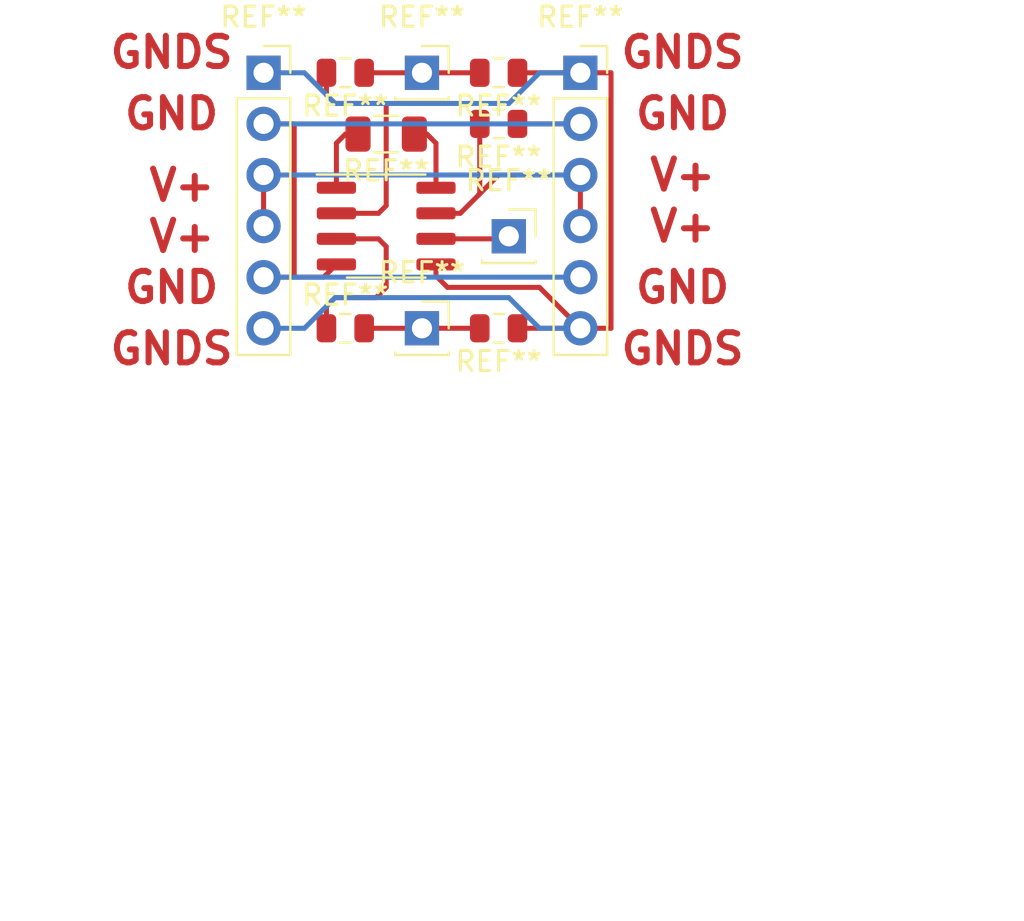
<source format=kicad_pcb>
(kicad_pcb (version 20171130) (host pcbnew 5.1.5+dfsg1-2build2)

  (general
    (thickness 1.6)
    (drawings 12)
    (tracks 63)
    (zones 0)
    (modules 13)
    (nets 1)
  )

  (page A4)
  (layers
    (0 F.Cu signal)
    (31 B.Cu signal)
    (33 F.Adhes user)
    (35 F.Paste user)
    (37 F.SilkS user)
    (38 B.Mask user)
    (39 F.Mask user)
    (40 Dwgs.User user)
    (41 Cmts.User user)
    (42 Eco1.User user)
    (43 Eco2.User user)
    (44 Edge.Cuts user)
    (45 Margin user)
    (46 B.CrtYd user)
    (47 F.CrtYd user)
    (49 F.Fab user)
  )

  (setup
    (last_trace_width 0.25)
    (trace_clearance 0.2)
    (zone_clearance 0.508)
    (zone_45_only no)
    (trace_min 0.2)
    (via_size 0.8)
    (via_drill 0.4)
    (via_min_size 0.4)
    (via_min_drill 0.3)
    (uvia_size 0.3)
    (uvia_drill 0.1)
    (uvias_allowed no)
    (uvia_min_size 0.2)
    (uvia_min_drill 0.1)
    (edge_width 0.1)
    (segment_width 0.2)
    (pcb_text_width 0.3)
    (pcb_text_size 1.5 1.5)
    (mod_edge_width 0.15)
    (mod_text_size 1 1)
    (mod_text_width 0.15)
    (pad_size 1.524 1.524)
    (pad_drill 0.762)
    (pad_to_mask_clearance 0)
    (aux_axis_origin 0 0)
    (visible_elements FFFFEF7F)
    (pcbplotparams
      (layerselection 0x010fc_ffffffff)
      (usegerberextensions false)
      (usegerberattributes false)
      (usegerberadvancedattributes false)
      (creategerberjobfile false)
      (excludeedgelayer true)
      (linewidth 0.100000)
      (plotframeref false)
      (viasonmask false)
      (mode 1)
      (useauxorigin false)
      (hpglpennumber 1)
      (hpglpenspeed 20)
      (hpglpendiameter 15.000000)
      (psnegative false)
      (psa4output false)
      (plotreference true)
      (plotvalue true)
      (plotinvisibletext false)
      (padsonsilk false)
      (subtractmaskfromsilk false)
      (outputformat 5)
      (mirror false)
      (drillshape 0)
      (scaleselection 1)
      (outputdirectory ""))
  )

  (net 0 "")

  (net_class Default "This is the default net class."
    (clearance 0.2)
    (trace_width 0.25)
    (via_dia 0.8)
    (via_drill 0.4)
    (uvia_dia 0.3)
    (uvia_drill 0.1)
  )

  (module Connector_PinSocket_2.54mm:PinSocket_1x01_P2.54mm_Vertical (layer F.Cu) (tedit 5A19A434) (tstamp 608D1849)
    (at 28.702 33.02)
    (descr "Through hole straight socket strip, 1x01, 2.54mm pitch, single row (from Kicad 4.0.7), script generated")
    (tags "Through hole socket strip THT 1x01 2.54mm single row")
    (fp_text reference REF** (at 0 -2.77) (layer F.SilkS)
      (effects (font (size 1 1) (thickness 0.15)))
    )
    (fp_text value PinSocket_1x01_P2.54mm_Vertical (at 0 2.77) (layer F.Fab)
      (effects (font (size 1 1) (thickness 0.15)))
    )
    (fp_text user %R (at 0 0) (layer F.Fab)
      (effects (font (size 1 1) (thickness 0.15)))
    )
    (fp_line (start -1.8 1.75) (end -1.8 -1.8) (layer F.CrtYd) (width 0.05))
    (fp_line (start 1.75 1.75) (end -1.8 1.75) (layer F.CrtYd) (width 0.05))
    (fp_line (start 1.75 -1.8) (end 1.75 1.75) (layer F.CrtYd) (width 0.05))
    (fp_line (start -1.8 -1.8) (end 1.75 -1.8) (layer F.CrtYd) (width 0.05))
    (fp_line (start 0 -1.33) (end 1.33 -1.33) (layer F.SilkS) (width 0.12))
    (fp_line (start 1.33 -1.33) (end 1.33 0) (layer F.SilkS) (width 0.12))
    (fp_line (start 1.33 1.21) (end 1.33 1.33) (layer F.SilkS) (width 0.12))
    (fp_line (start -1.33 1.21) (end -1.33 1.33) (layer F.SilkS) (width 0.12))
    (fp_line (start -1.33 1.33) (end 1.33 1.33) (layer F.SilkS) (width 0.12))
    (fp_line (start -1.27 1.27) (end -1.27 -1.27) (layer F.Fab) (width 0.1))
    (fp_line (start 1.27 1.27) (end -1.27 1.27) (layer F.Fab) (width 0.1))
    (fp_line (start 1.27 -0.635) (end 1.27 1.27) (layer F.Fab) (width 0.1))
    (fp_line (start 0.635 -1.27) (end 1.27 -0.635) (layer F.Fab) (width 0.1))
    (fp_line (start -1.27 -1.27) (end 0.635 -1.27) (layer F.Fab) (width 0.1))
    (pad 1 thru_hole rect (at 0 0) (size 1.7 1.7) (drill 1) (layers *.Cu *.Mask))
    (model ${KISYS3DMOD}/Connector_PinSocket_2.54mm.3dshapes/PinSocket_1x01_P2.54mm_Vertical.wrl
      (at (xyz 0 0 0))
      (scale (xyz 1 1 1))
      (rotate (xyz 0 0 0))
    )
  )

  (module Resistor_SMD:R_0805_2012Metric (layer F.Cu) (tedit 5B36C52B) (tstamp 608D18EA)
    (at 32.512 33.02 180)
    (descr "Resistor SMD 0805 (2012 Metric), square (rectangular) end terminal, IPC_7351 nominal, (Body size source: https://docs.google.com/spreadsheets/d/1BsfQQcO9C6DZCsRaXUlFlo91Tg2WpOkGARC1WS5S8t0/edit?usp=sharing), generated with kicad-footprint-generator")
    (tags resistor)
    (attr smd)
    (fp_text reference REF** (at 0 -1.65) (layer F.SilkS)
      (effects (font (size 1 1) (thickness 0.15)))
    )
    (fp_text value R_0805_2012Metric (at 0 1.65) (layer F.Fab)
      (effects (font (size 1 1) (thickness 0.15)))
    )
    (fp_line (start -1 0.6) (end -1 -0.6) (layer F.Fab) (width 0.1))
    (fp_line (start -1 -0.6) (end 1 -0.6) (layer F.Fab) (width 0.1))
    (fp_line (start 1 -0.6) (end 1 0.6) (layer F.Fab) (width 0.1))
    (fp_line (start 1 0.6) (end -1 0.6) (layer F.Fab) (width 0.1))
    (fp_line (start -0.258578 -0.71) (end 0.258578 -0.71) (layer F.SilkS) (width 0.12))
    (fp_line (start -0.258578 0.71) (end 0.258578 0.71) (layer F.SilkS) (width 0.12))
    (fp_line (start -1.68 0.95) (end -1.68 -0.95) (layer F.CrtYd) (width 0.05))
    (fp_line (start -1.68 -0.95) (end 1.68 -0.95) (layer F.CrtYd) (width 0.05))
    (fp_line (start 1.68 -0.95) (end 1.68 0.95) (layer F.CrtYd) (width 0.05))
    (fp_line (start 1.68 0.95) (end -1.68 0.95) (layer F.CrtYd) (width 0.05))
    (fp_text user %R (at 0 0) (layer F.Fab)
      (effects (font (size 0.5 0.5) (thickness 0.08)))
    )
    (pad 1 smd roundrect (at -0.9375 0 180) (size 0.975 1.4) (layers F.Cu F.Paste F.Mask) (roundrect_rratio 0.25))
    (pad 2 smd roundrect (at 0.9375 0 180) (size 0.975 1.4) (layers F.Cu F.Paste F.Mask) (roundrect_rratio 0.25))
    (model ${KISYS3DMOD}/Resistor_SMD.3dshapes/R_0805_2012Metric.wrl
      (at (xyz 0 0 0))
      (scale (xyz 1 1 1))
      (rotate (xyz 0 0 0))
    )
  )

  (module Resistor_SMD:R_0805_2012Metric (layer F.Cu) (tedit 5B36C52B) (tstamp 608D1862)
    (at 32.512 20.32 180)
    (descr "Resistor SMD 0805 (2012 Metric), square (rectangular) end terminal, IPC_7351 nominal, (Body size source: https://docs.google.com/spreadsheets/d/1BsfQQcO9C6DZCsRaXUlFlo91Tg2WpOkGARC1WS5S8t0/edit?usp=sharing), generated with kicad-footprint-generator")
    (tags resistor)
    (attr smd)
    (fp_text reference REF** (at 0 -1.65) (layer F.SilkS)
      (effects (font (size 1 1) (thickness 0.15)))
    )
    (fp_text value R_0805_2012Metric (at 0 1.65) (layer F.Fab)
      (effects (font (size 1 1) (thickness 0.15)))
    )
    (fp_text user %R (at 0 0) (layer F.Fab)
      (effects (font (size 0.5 0.5) (thickness 0.08)))
    )
    (fp_line (start 1.68 0.95) (end -1.68 0.95) (layer F.CrtYd) (width 0.05))
    (fp_line (start 1.68 -0.95) (end 1.68 0.95) (layer F.CrtYd) (width 0.05))
    (fp_line (start -1.68 -0.95) (end 1.68 -0.95) (layer F.CrtYd) (width 0.05))
    (fp_line (start -1.68 0.95) (end -1.68 -0.95) (layer F.CrtYd) (width 0.05))
    (fp_line (start -0.258578 0.71) (end 0.258578 0.71) (layer F.SilkS) (width 0.12))
    (fp_line (start -0.258578 -0.71) (end 0.258578 -0.71) (layer F.SilkS) (width 0.12))
    (fp_line (start 1 0.6) (end -1 0.6) (layer F.Fab) (width 0.1))
    (fp_line (start 1 -0.6) (end 1 0.6) (layer F.Fab) (width 0.1))
    (fp_line (start -1 -0.6) (end 1 -0.6) (layer F.Fab) (width 0.1))
    (fp_line (start -1 0.6) (end -1 -0.6) (layer F.Fab) (width 0.1))
    (pad 2 smd roundrect (at 0.9375 0 180) (size 0.975 1.4) (layers F.Cu F.Paste F.Mask) (roundrect_rratio 0.25))
    (pad 1 smd roundrect (at -0.9375 0 180) (size 0.975 1.4) (layers F.Cu F.Paste F.Mask) (roundrect_rratio 0.25))
    (model ${KISYS3DMOD}/Resistor_SMD.3dshapes/R_0805_2012Metric.wrl
      (at (xyz 0 0 0))
      (scale (xyz 1 1 1))
      (rotate (xyz 0 0 0))
    )
  )

  (module Connector_PinSocket_2.54mm:PinSocket_1x01_P2.54mm_Vertical (layer F.Cu) (tedit 5A19A434) (tstamp 608D1836)
    (at 28.702 20.32)
    (descr "Through hole straight socket strip, 1x01, 2.54mm pitch, single row (from Kicad 4.0.7), script generated")
    (tags "Through hole socket strip THT 1x01 2.54mm single row")
    (fp_text reference REF** (at 0 -2.77) (layer F.SilkS)
      (effects (font (size 1 1) (thickness 0.15)))
    )
    (fp_text value PinSocket_1x01_P2.54mm_Vertical (at 0 2.77) (layer F.Fab)
      (effects (font (size 1 1) (thickness 0.15)))
    )
    (fp_line (start -1.27 -1.27) (end 0.635 -1.27) (layer F.Fab) (width 0.1))
    (fp_line (start 0.635 -1.27) (end 1.27 -0.635) (layer F.Fab) (width 0.1))
    (fp_line (start 1.27 -0.635) (end 1.27 1.27) (layer F.Fab) (width 0.1))
    (fp_line (start 1.27 1.27) (end -1.27 1.27) (layer F.Fab) (width 0.1))
    (fp_line (start -1.27 1.27) (end -1.27 -1.27) (layer F.Fab) (width 0.1))
    (fp_line (start -1.33 1.33) (end 1.33 1.33) (layer F.SilkS) (width 0.12))
    (fp_line (start -1.33 1.21) (end -1.33 1.33) (layer F.SilkS) (width 0.12))
    (fp_line (start 1.33 1.21) (end 1.33 1.33) (layer F.SilkS) (width 0.12))
    (fp_line (start 1.33 -1.33) (end 1.33 0) (layer F.SilkS) (width 0.12))
    (fp_line (start 0 -1.33) (end 1.33 -1.33) (layer F.SilkS) (width 0.12))
    (fp_line (start -1.8 -1.8) (end 1.75 -1.8) (layer F.CrtYd) (width 0.05))
    (fp_line (start 1.75 -1.8) (end 1.75 1.75) (layer F.CrtYd) (width 0.05))
    (fp_line (start 1.75 1.75) (end -1.8 1.75) (layer F.CrtYd) (width 0.05))
    (fp_line (start -1.8 1.75) (end -1.8 -1.8) (layer F.CrtYd) (width 0.05))
    (fp_text user %R (at 0 0) (layer F.Fab)
      (effects (font (size 1 1) (thickness 0.15)))
    )
    (pad 1 thru_hole rect (at 0 0) (size 1.7 1.7) (drill 1) (layers *.Cu *.Mask))
    (model ${KISYS3DMOD}/Connector_PinSocket_2.54mm.3dshapes/PinSocket_1x01_P2.54mm_Vertical.wrl
      (at (xyz 0 0 0))
      (scale (xyz 1 1 1))
      (rotate (xyz 0 0 0))
    )
  )

  (module Resistor_SMD:R_1206_3216Metric (layer F.Cu) (tedit 5B301BBD) (tstamp 608D1927)
    (at 26.924 23.368 180)
    (descr "Resistor SMD 1206 (3216 Metric), square (rectangular) end terminal, IPC_7351 nominal, (Body size source: http://www.tortai-tech.com/upload/download/2011102023233369053.pdf), generated with kicad-footprint-generator")
    (tags resistor)
    (attr smd)
    (fp_text reference REF** (at 0 -1.82) (layer F.SilkS)
      (effects (font (size 1 1) (thickness 0.15)))
    )
    (fp_text value R_1206_3216Metric (at 0 1.82) (layer F.Fab)
      (effects (font (size 1 1) (thickness 0.15)))
    )
    (fp_line (start -1.6 0.8) (end -1.6 -0.8) (layer F.Fab) (width 0.1))
    (fp_line (start -1.6 -0.8) (end 1.6 -0.8) (layer F.Fab) (width 0.1))
    (fp_line (start 1.6 -0.8) (end 1.6 0.8) (layer F.Fab) (width 0.1))
    (fp_line (start 1.6 0.8) (end -1.6 0.8) (layer F.Fab) (width 0.1))
    (fp_line (start -0.602064 -0.91) (end 0.602064 -0.91) (layer F.SilkS) (width 0.12))
    (fp_line (start -0.602064 0.91) (end 0.602064 0.91) (layer F.SilkS) (width 0.12))
    (fp_line (start -2.28 1.12) (end -2.28 -1.12) (layer F.CrtYd) (width 0.05))
    (fp_line (start -2.28 -1.12) (end 2.28 -1.12) (layer F.CrtYd) (width 0.05))
    (fp_line (start 2.28 -1.12) (end 2.28 1.12) (layer F.CrtYd) (width 0.05))
    (fp_line (start 2.28 1.12) (end -2.28 1.12) (layer F.CrtYd) (width 0.05))
    (fp_text user %R (at 0 0) (layer F.Fab)
      (effects (font (size 0.8 0.8) (thickness 0.12)))
    )
    (pad 1 smd roundrect (at -1.4 0 180) (size 1.25 1.75) (layers F.Cu F.Paste F.Mask) (roundrect_rratio 0.2))
    (pad 2 smd roundrect (at 1.4 0 180) (size 1.25 1.75) (layers F.Cu F.Paste F.Mask) (roundrect_rratio 0.2))
    (model ${KISYS3DMOD}/Resistor_SMD.3dshapes/R_1206_3216Metric.wrl
      (at (xyz 0 0 0))
      (scale (xyz 1 1 1))
      (rotate (xyz 0 0 0))
    )
  )

  (module Capacitor_SMD:C_0805_2012Metric (layer F.Cu) (tedit 5B36C52B) (tstamp 608D18FA)
    (at 24.892 33.02)
    (descr "Capacitor SMD 0805 (2012 Metric), square (rectangular) end terminal, IPC_7351 nominal, (Body size source: https://docs.google.com/spreadsheets/d/1BsfQQcO9C6DZCsRaXUlFlo91Tg2WpOkGARC1WS5S8t0/edit?usp=sharing), generated with kicad-footprint-generator")
    (tags capacitor)
    (attr smd)
    (fp_text reference REF** (at 0 -1.65) (layer F.SilkS)
      (effects (font (size 1 1) (thickness 0.15)))
    )
    (fp_text value C_0805_2012Metric (at 0 1.65) (layer F.Fab)
      (effects (font (size 1 1) (thickness 0.15)))
    )
    (fp_line (start -1 0.6) (end -1 -0.6) (layer F.Fab) (width 0.1))
    (fp_line (start -1 -0.6) (end 1 -0.6) (layer F.Fab) (width 0.1))
    (fp_line (start 1 -0.6) (end 1 0.6) (layer F.Fab) (width 0.1))
    (fp_line (start 1 0.6) (end -1 0.6) (layer F.Fab) (width 0.1))
    (fp_line (start -0.258578 -0.71) (end 0.258578 -0.71) (layer F.SilkS) (width 0.12))
    (fp_line (start -0.258578 0.71) (end 0.258578 0.71) (layer F.SilkS) (width 0.12))
    (fp_line (start -1.68 0.95) (end -1.68 -0.95) (layer F.CrtYd) (width 0.05))
    (fp_line (start -1.68 -0.95) (end 1.68 -0.95) (layer F.CrtYd) (width 0.05))
    (fp_line (start 1.68 -0.95) (end 1.68 0.95) (layer F.CrtYd) (width 0.05))
    (fp_line (start 1.68 0.95) (end -1.68 0.95) (layer F.CrtYd) (width 0.05))
    (fp_text user %R (at 0 0) (layer F.Fab)
      (effects (font (size 0.5 0.5) (thickness 0.08)))
    )
    (pad 1 smd roundrect (at -0.9375 0) (size 0.975 1.4) (layers F.Cu F.Paste F.Mask) (roundrect_rratio 0.25))
    (pad 2 smd roundrect (at 0.9375 0) (size 0.975 1.4) (layers F.Cu F.Paste F.Mask) (roundrect_rratio 0.25))
    (model ${KISYS3DMOD}/Capacitor_SMD.3dshapes/C_0805_2012Metric.wrl
      (at (xyz 0 0 0))
      (scale (xyz 1 1 1))
      (rotate (xyz 0 0 0))
    )
  )

  (module Connector_PinSocket_2.54mm:PinSocket_1x06_P2.54mm_Vertical (layer F.Cu) (tedit 5A19A430) (tstamp 608D2484)
    (at 20.828 20.32)
    (descr "Through hole straight socket strip, 1x06, 2.54mm pitch, single row (from Kicad 4.0.7), script generated")
    (tags "Through hole socket strip THT 1x06 2.54mm single row")
    (fp_text reference REF** (at 0 -2.77) (layer F.SilkS)
      (effects (font (size 1 1) (thickness 0.15)))
    )
    (fp_text value PinSocket_1x06_P2.54mm_Vertical (at 0 15.47) (layer F.Fab)
      (effects (font (size 1 1) (thickness 0.15)))
    )
    (fp_line (start -1.27 -1.27) (end 0.635 -1.27) (layer F.Fab) (width 0.1))
    (fp_line (start 0.635 -1.27) (end 1.27 -0.635) (layer F.Fab) (width 0.1))
    (fp_line (start 1.27 -0.635) (end 1.27 13.97) (layer F.Fab) (width 0.1))
    (fp_line (start 1.27 13.97) (end -1.27 13.97) (layer F.Fab) (width 0.1))
    (fp_line (start -1.27 13.97) (end -1.27 -1.27) (layer F.Fab) (width 0.1))
    (fp_line (start -1.33 1.27) (end 1.33 1.27) (layer F.SilkS) (width 0.12))
    (fp_line (start -1.33 1.27) (end -1.33 14.03) (layer F.SilkS) (width 0.12))
    (fp_line (start -1.33 14.03) (end 1.33 14.03) (layer F.SilkS) (width 0.12))
    (fp_line (start 1.33 1.27) (end 1.33 14.03) (layer F.SilkS) (width 0.12))
    (fp_line (start 1.33 -1.33) (end 1.33 0) (layer F.SilkS) (width 0.12))
    (fp_line (start 0 -1.33) (end 1.33 -1.33) (layer F.SilkS) (width 0.12))
    (fp_line (start -1.8 -1.8) (end 1.75 -1.8) (layer F.CrtYd) (width 0.05))
    (fp_line (start 1.75 -1.8) (end 1.75 14.45) (layer F.CrtYd) (width 0.05))
    (fp_line (start 1.75 14.45) (end -1.8 14.45) (layer F.CrtYd) (width 0.05))
    (fp_line (start -1.8 14.45) (end -1.8 -1.8) (layer F.CrtYd) (width 0.05))
    (fp_text user %R (at 0 6.35 90) (layer F.Fab)
      (effects (font (size 1 1) (thickness 0.15)))
    )
    (pad 1 thru_hole rect (at 0 0) (size 1.7 1.7) (drill 1) (layers *.Cu *.Mask))
    (pad 2 thru_hole oval (at 0 2.54) (size 1.7 1.7) (drill 1) (layers *.Cu *.Mask))
    (pad 3 thru_hole oval (at 0 5.08) (size 1.7 1.7) (drill 1) (layers *.Cu *.Mask))
    (pad 4 thru_hole oval (at 0 7.62) (size 1.7 1.7) (drill 1) (layers *.Cu *.Mask))
    (pad 5 thru_hole oval (at 0 10.16) (size 1.7 1.7) (drill 1) (layers *.Cu *.Mask))
    (pad 6 thru_hole oval (at 0 12.7) (size 1.7 1.7) (drill 1) (layers *.Cu *.Mask))
    (model ${KISYS3DMOD}/Connector_PinSocket_2.54mm.3dshapes/PinSocket_1x06_P2.54mm_Vertical.wrl
      (at (xyz 0 0 0))
      (scale (xyz 1 1 1))
      (rotate (xyz 0 0 0))
    )
  )

  (module Capacitor_SMD:C_0805_2012Metric (layer F.Cu) (tedit 5B36C52B) (tstamp 608D18A3)
    (at 32.512 22.86 180)
    (descr "Capacitor SMD 0805 (2012 Metric), square (rectangular) end terminal, IPC_7351 nominal, (Body size source: https://docs.google.com/spreadsheets/d/1BsfQQcO9C6DZCsRaXUlFlo91Tg2WpOkGARC1WS5S8t0/edit?usp=sharing), generated with kicad-footprint-generator")
    (tags capacitor)
    (attr smd)
    (fp_text reference REF** (at 0 -1.65) (layer F.SilkS)
      (effects (font (size 1 1) (thickness 0.15)))
    )
    (fp_text value C_0805_2012Metric (at 0 1.65) (layer F.Fab)
      (effects (font (size 1 1) (thickness 0.15)))
    )
    (fp_line (start -1 0.6) (end -1 -0.6) (layer F.Fab) (width 0.1))
    (fp_line (start -1 -0.6) (end 1 -0.6) (layer F.Fab) (width 0.1))
    (fp_line (start 1 -0.6) (end 1 0.6) (layer F.Fab) (width 0.1))
    (fp_line (start 1 0.6) (end -1 0.6) (layer F.Fab) (width 0.1))
    (fp_line (start -0.258578 -0.71) (end 0.258578 -0.71) (layer F.SilkS) (width 0.12))
    (fp_line (start -0.258578 0.71) (end 0.258578 0.71) (layer F.SilkS) (width 0.12))
    (fp_line (start -1.68 0.95) (end -1.68 -0.95) (layer F.CrtYd) (width 0.05))
    (fp_line (start -1.68 -0.95) (end 1.68 -0.95) (layer F.CrtYd) (width 0.05))
    (fp_line (start 1.68 -0.95) (end 1.68 0.95) (layer F.CrtYd) (width 0.05))
    (fp_line (start 1.68 0.95) (end -1.68 0.95) (layer F.CrtYd) (width 0.05))
    (fp_text user %R (at 0 0) (layer F.Fab)
      (effects (font (size 0.5 0.5) (thickness 0.08)))
    )
    (pad 1 smd roundrect (at -0.9375 0 180) (size 0.975 1.4) (layers F.Cu F.Paste F.Mask) (roundrect_rratio 0.25))
    (pad 2 smd roundrect (at 0.9375 0 180) (size 0.975 1.4) (layers F.Cu F.Paste F.Mask) (roundrect_rratio 0.25))
    (model ${KISYS3DMOD}/Capacitor_SMD.3dshapes/C_0805_2012Metric.wrl
      (at (xyz 0 0 0))
      (scale (xyz 1 1 1))
      (rotate (xyz 0 0 0))
    )
  )

  (module Package_SO:SOIC-8_3.9x4.9mm_P1.27mm (layer F.Cu) (tedit 5D9F72B1) (tstamp 608D181A)
    (at 26.924 27.94)
    (descr "SOIC, 8 Pin (JEDEC MS-012AA, https://www.analog.com/media/en/package-pcb-resources/package/pkg_pdf/soic_narrow-r/r_8.pdf), generated with kicad-footprint-generator ipc_gullwing_generator.py")
    (tags "SOIC SO")
    (attr smd)
    (fp_text reference REF** (at 0 -3.4) (layer F.SilkS) hide
      (effects (font (size 1 1) (thickness 0.15)))
    )
    (fp_text value SOIC-8_3.9x4.9mm_P1.27mm (at 0 3.4) (layer F.Fab)
      (effects (font (size 1 1) (thickness 0.15)))
    )
    (fp_line (start 0 2.56) (end 1.95 2.56) (layer F.SilkS) (width 0.12))
    (fp_line (start 0 2.56) (end -1.95 2.56) (layer F.SilkS) (width 0.12))
    (fp_line (start 0 -2.56) (end 1.95 -2.56) (layer F.SilkS) (width 0.12))
    (fp_line (start 0 -2.56) (end -3.45 -2.56) (layer F.SilkS) (width 0.12))
    (fp_line (start -0.975 -2.45) (end 1.95 -2.45) (layer F.Fab) (width 0.1))
    (fp_line (start 1.95 -2.45) (end 1.95 2.45) (layer F.Fab) (width 0.1))
    (fp_line (start 1.95 2.45) (end -1.95 2.45) (layer F.Fab) (width 0.1))
    (fp_line (start -1.95 2.45) (end -1.95 -1.475) (layer F.Fab) (width 0.1))
    (fp_line (start -1.95 -1.475) (end -0.975 -2.45) (layer F.Fab) (width 0.1))
    (fp_line (start -3.7 -2.7) (end -3.7 2.7) (layer F.CrtYd) (width 0.05))
    (fp_line (start -3.7 2.7) (end 3.7 2.7) (layer F.CrtYd) (width 0.05))
    (fp_line (start 3.7 2.7) (end 3.7 -2.7) (layer F.CrtYd) (width 0.05))
    (fp_line (start 3.7 -2.7) (end -3.7 -2.7) (layer F.CrtYd) (width 0.05))
    (fp_text user %R (at 0 0) (layer F.Fab)
      (effects (font (size 0.98 0.98) (thickness 0.15)))
    )
    (pad 1 smd roundrect (at -2.475 -1.905) (size 1.95 0.6) (layers F.Cu F.Paste F.Mask) (roundrect_rratio 0.25))
    (pad 2 smd roundrect (at -2.475 -0.635) (size 1.95 0.6) (layers F.Cu F.Paste F.Mask) (roundrect_rratio 0.25))
    (pad 3 smd roundrect (at -2.475 0.635) (size 1.95 0.6) (layers F.Cu F.Paste F.Mask) (roundrect_rratio 0.25))
    (pad 4 smd roundrect (at -2.475 1.905) (size 1.95 0.6) (layers F.Cu F.Paste F.Mask) (roundrect_rratio 0.25))
    (pad 5 smd roundrect (at 2.475 1.905) (size 1.95 0.6) (layers F.Cu F.Paste F.Mask) (roundrect_rratio 0.25))
    (pad 6 smd roundrect (at 2.475 0.635) (size 1.95 0.6) (layers F.Cu F.Paste F.Mask) (roundrect_rratio 0.25))
    (pad 7 smd roundrect (at 2.475 -0.635) (size 1.95 0.6) (layers F.Cu F.Paste F.Mask) (roundrect_rratio 0.25))
    (pad 8 smd roundrect (at 2.475 -1.905) (size 1.95 0.6) (layers F.Cu F.Paste F.Mask) (roundrect_rratio 0.25))
    (model ${KISYS3DMOD}/Package_SO.3dshapes/SOIC-8_3.9x4.9mm_P1.27mm.wrl
      (at (xyz 0 0 0))
      (scale (xyz 1 1 1))
      (rotate (xyz 0 0 0))
    )
  )

  (module Capacitor_SMD:C_0805_2012Metric (layer F.Cu) (tedit 5B36C52B) (tstamp 608D18D2)
    (at 24.892 20.32 180)
    (descr "Capacitor SMD 0805 (2012 Metric), square (rectangular) end terminal, IPC_7351 nominal, (Body size source: https://docs.google.com/spreadsheets/d/1BsfQQcO9C6DZCsRaXUlFlo91Tg2WpOkGARC1WS5S8t0/edit?usp=sharing), generated with kicad-footprint-generator")
    (tags capacitor)
    (attr smd)
    (fp_text reference REF** (at 0 -1.65) (layer F.SilkS)
      (effects (font (size 1 1) (thickness 0.15)))
    )
    (fp_text value C_0805_2012Metric (at 0 1.65) (layer F.Fab)
      (effects (font (size 1 1) (thickness 0.15)))
    )
    (fp_text user %R (at 0 0) (layer F.Fab)
      (effects (font (size 0.5 0.5) (thickness 0.08)))
    )
    (fp_line (start 1.68 0.95) (end -1.68 0.95) (layer F.CrtYd) (width 0.05))
    (fp_line (start 1.68 -0.95) (end 1.68 0.95) (layer F.CrtYd) (width 0.05))
    (fp_line (start -1.68 -0.95) (end 1.68 -0.95) (layer F.CrtYd) (width 0.05))
    (fp_line (start -1.68 0.95) (end -1.68 -0.95) (layer F.CrtYd) (width 0.05))
    (fp_line (start -0.258578 0.71) (end 0.258578 0.71) (layer F.SilkS) (width 0.12))
    (fp_line (start -0.258578 -0.71) (end 0.258578 -0.71) (layer F.SilkS) (width 0.12))
    (fp_line (start 1 0.6) (end -1 0.6) (layer F.Fab) (width 0.1))
    (fp_line (start 1 -0.6) (end 1 0.6) (layer F.Fab) (width 0.1))
    (fp_line (start -1 -0.6) (end 1 -0.6) (layer F.Fab) (width 0.1))
    (fp_line (start -1 0.6) (end -1 -0.6) (layer F.Fab) (width 0.1))
    (pad 2 smd roundrect (at 0.9375 0 180) (size 0.975 1.4) (layers F.Cu F.Paste F.Mask) (roundrect_rratio 0.25))
    (pad 1 smd roundrect (at -0.9375 0 180) (size 0.975 1.4) (layers F.Cu F.Paste F.Mask) (roundrect_rratio 0.25))
    (model ${KISYS3DMOD}/Capacitor_SMD.3dshapes/C_0805_2012Metric.wrl
      (at (xyz 0 0 0))
      (scale (xyz 1 1 1))
      (rotate (xyz 0 0 0))
    )
  )

  (module Connector_PinSocket_2.54mm:PinSocket_1x01_P2.54mm_Vertical (layer F.Cu) (tedit 5A19A434) (tstamp 608D41A2)
    (at 33.02 28.448)
    (descr "Through hole straight socket strip, 1x01, 2.54mm pitch, single row (from Kicad 4.0.7), script generated")
    (tags "Through hole socket strip THT 1x01 2.54mm single row")
    (fp_text reference REF** (at 0 -2.77) (layer F.SilkS)
      (effects (font (size 1 1) (thickness 0.15)))
    )
    (fp_text value PinSocket_1x01_P2.54mm_Vertical (at 0 2.77) (layer F.Fab)
      (effects (font (size 1 1) (thickness 0.15)))
    )
    (fp_line (start -1.27 -1.27) (end 0.635 -1.27) (layer F.Fab) (width 0.1))
    (fp_line (start 0.635 -1.27) (end 1.27 -0.635) (layer F.Fab) (width 0.1))
    (fp_line (start 1.27 -0.635) (end 1.27 1.27) (layer F.Fab) (width 0.1))
    (fp_line (start 1.27 1.27) (end -1.27 1.27) (layer F.Fab) (width 0.1))
    (fp_line (start -1.27 1.27) (end -1.27 -1.27) (layer F.Fab) (width 0.1))
    (fp_line (start -1.33 1.33) (end 1.33 1.33) (layer F.SilkS) (width 0.12))
    (fp_line (start -1.33 1.21) (end -1.33 1.33) (layer F.SilkS) (width 0.12))
    (fp_line (start 1.33 1.21) (end 1.33 1.33) (layer F.SilkS) (width 0.12))
    (fp_line (start 1.33 -1.33) (end 1.33 0) (layer F.SilkS) (width 0.12))
    (fp_line (start 0 -1.33) (end 1.33 -1.33) (layer F.SilkS) (width 0.12))
    (fp_line (start -1.8 -1.8) (end 1.75 -1.8) (layer F.CrtYd) (width 0.05))
    (fp_line (start 1.75 -1.8) (end 1.75 1.75) (layer F.CrtYd) (width 0.05))
    (fp_line (start 1.75 1.75) (end -1.8 1.75) (layer F.CrtYd) (width 0.05))
    (fp_line (start -1.8 1.75) (end -1.8 -1.8) (layer F.CrtYd) (width 0.05))
    (fp_text user %R (at 0 0) (layer F.Fab)
      (effects (font (size 1 1) (thickness 0.15)))
    )
    (pad 1 thru_hole rect (at 0 0) (size 1.7 1.7) (drill 1) (layers *.Cu *.Mask))
    (model ${KISYS3DMOD}/Connector_PinSocket_2.54mm.3dshapes/PinSocket_1x01_P2.54mm_Vertical.wrl
      (at (xyz 0 0 0))
      (scale (xyz 1 1 1))
      (rotate (xyz 0 0 0))
    )
  )

  (module Connector_PinSocket_2.54mm:PinSocket_1x06_P2.54mm_Vertical (layer F.Cu) (tedit 5A19A430) (tstamp 608D2022)
    (at 36.576 20.32)
    (descr "Through hole straight socket strip, 1x06, 2.54mm pitch, single row (from Kicad 4.0.7), script generated")
    (tags "Through hole socket strip THT 1x06 2.54mm single row")
    (fp_text reference REF** (at 0 -2.77) (layer F.SilkS)
      (effects (font (size 1 1) (thickness 0.15)))
    )
    (fp_text value PinSocket_1x06_P2.54mm_Vertical (at 0 15.47) (layer F.Fab)
      (effects (font (size 1 1) (thickness 0.15)))
    )
    (fp_text user %R (at 0 6.35 90) (layer F.Fab)
      (effects (font (size 1 1) (thickness 0.15)))
    )
    (fp_line (start -1.8 14.45) (end -1.8 -1.8) (layer F.CrtYd) (width 0.05))
    (fp_line (start 1.75 14.45) (end -1.8 14.45) (layer F.CrtYd) (width 0.05))
    (fp_line (start 1.75 -1.8) (end 1.75 14.45) (layer F.CrtYd) (width 0.05))
    (fp_line (start -1.8 -1.8) (end 1.75 -1.8) (layer F.CrtYd) (width 0.05))
    (fp_line (start 0 -1.33) (end 1.33 -1.33) (layer F.SilkS) (width 0.12))
    (fp_line (start 1.33 -1.33) (end 1.33 0) (layer F.SilkS) (width 0.12))
    (fp_line (start 1.33 1.27) (end 1.33 14.03) (layer F.SilkS) (width 0.12))
    (fp_line (start -1.33 14.03) (end 1.33 14.03) (layer F.SilkS) (width 0.12))
    (fp_line (start -1.33 1.27) (end -1.33 14.03) (layer F.SilkS) (width 0.12))
    (fp_line (start -1.33 1.27) (end 1.33 1.27) (layer F.SilkS) (width 0.12))
    (fp_line (start -1.27 13.97) (end -1.27 -1.27) (layer F.Fab) (width 0.1))
    (fp_line (start 1.27 13.97) (end -1.27 13.97) (layer F.Fab) (width 0.1))
    (fp_line (start 1.27 -0.635) (end 1.27 13.97) (layer F.Fab) (width 0.1))
    (fp_line (start 0.635 -1.27) (end 1.27 -0.635) (layer F.Fab) (width 0.1))
    (fp_line (start -1.27 -1.27) (end 0.635 -1.27) (layer F.Fab) (width 0.1))
    (pad 6 thru_hole oval (at 0 12.7) (size 1.7 1.7) (drill 1) (layers *.Cu *.Mask))
    (pad 5 thru_hole oval (at 0 10.16) (size 1.7 1.7) (drill 1) (layers *.Cu *.Mask))
    (pad 4 thru_hole oval (at 0 7.62) (size 1.7 1.7) (drill 1) (layers *.Cu *.Mask))
    (pad 3 thru_hole oval (at 0 5.08) (size 1.7 1.7) (drill 1) (layers *.Cu *.Mask))
    (pad 2 thru_hole oval (at 0 2.54) (size 1.7 1.7) (drill 1) (layers *.Cu *.Mask))
    (pad 1 thru_hole rect (at 0 0) (size 1.7 1.7) (drill 1) (layers *.Cu *.Mask))
    (model ${KISYS3DMOD}/Connector_PinSocket_2.54mm.3dshapes/PinSocket_1x06_P2.54mm_Vertical.wrl
      (at (xyz 0 0 0))
      (scale (xyz 1 1 1))
      (rotate (xyz 0 0 0))
    )
  )

  (module "" (layer F.Cu) (tedit 0) (tstamp 0)
    (at 33.02 36.83)
    (fp_text reference "" (at 25.4 25.4) (layer F.SilkS)
      (effects (font (size 1.27 1.27) (thickness 0.15)))
    )
    (fp_text value "" (at 25.4 25.4) (layer F.SilkS)
      (effects (font (size 1.27 1.27) (thickness 0.15)))
    )
    (fp_text user %R (at 25.4 25.4) (layer F.Fab)
      (effects (font (size 0.4 0.4) (thickness 0.06)))
    )
  )

  (gr_text V+ (at 41.656 27.94) (layer F.Cu) (tstamp 608D4DD6)
    (effects (font (size 1.5 1.5) (thickness 0.3)))
  )
  (gr_text V+ (at 41.656 25.4) (layer F.Cu) (tstamp 608D4DD6)
    (effects (font (size 1.5 1.5) (thickness 0.3)))
  )
  (gr_text V+ (at 16.764 25.908) (layer F.Cu) (tstamp 608D4DD6)
    (effects (font (size 1.5 1.5) (thickness 0.3)))
  )
  (gr_text V+ (at 16.764 28.448) (layer F.Cu) (tstamp 608D4DC7)
    (effects (font (size 1.5 1.5) (thickness 0.3)))
  )
  (gr_text GND (at 16.256 30.988) (layer F.Cu) (tstamp 608D4DC7)
    (effects (font (size 1.5 1.5) (thickness 0.3)))
  )
  (gr_text GND (at 16.256 22.352) (layer F.Cu) (tstamp 608D4DC7)
    (effects (font (size 1.5 1.5) (thickness 0.3)))
  )
  (gr_text GND (at 41.656 22.352) (layer F.Cu) (tstamp 608D4DC7)
    (effects (font (size 1.5 1.5) (thickness 0.3)))
  )
  (gr_text GND (at 41.656 30.988) (layer F.Cu) (tstamp 608D4DC0)
    (effects (font (size 1.5 1.5) (thickness 0.3)))
  )
  (gr_text GNDS (at 41.656 34.036) (layer F.Cu) (tstamp 608D4DC0)
    (effects (font (size 1.5 1.5) (thickness 0.3)))
  )
  (gr_text GNDS (at 16.256 34.036) (layer F.Cu) (tstamp 608D4DC0)
    (effects (font (size 1.5 1.5) (thickness 0.3)))
  )
  (gr_text GNDS (at 16.256 19.304) (layer F.Cu) (tstamp 608D4DC0)
    (effects (font (size 1.5 1.5) (thickness 0.3)))
  )
  (gr_text GNDS (at 41.656 19.304) (layer F.Cu)
    (effects (font (size 1.5 1.5) (thickness 0.3)))
  )

  (segment (start 34.544 20.32) (end 36.576 20.32) (width 0.25) (layer B.Cu) (net 0))
  (segment (start 22.86 33.02) (end 24.384 31.496) (width 0.25) (layer B.Cu) (net 0))
  (segment (start 20.828 25.4) (end 36.576 25.4) (width 0.25) (layer B.Cu) (net 0))
  (segment (start 33.02 21.844) (end 34.544 20.32) (width 0.25) (layer B.Cu) (net 0))
  (segment (start 20.828 30.48) (end 36.576 30.48) (width 0.25) (layer B.Cu) (net 0))
  (segment (start 20.828 20.32) (end 22.86 20.32) (width 0.25) (layer B.Cu) (net 0))
  (segment (start 22.86 20.32) (end 24.384 21.844) (width 0.25) (layer B.Cu) (net 0))
  (segment (start 24.384 31.496) (end 33.02 31.496) (width 0.25) (layer B.Cu) (net 0))
  (segment (start 20.828 33.02) (end 22.86 33.02) (width 0.25) (layer B.Cu) (net 0))
  (segment (start 34.544 33.02) (end 36.576 33.02) (width 0.25) (layer B.Cu) (net 0))
  (segment (start 24.384 21.844) (end 33.02 21.844) (width 0.25) (layer B.Cu) (net 0))
  (segment (start 20.828 22.86) (end 36.576 22.86) (width 0.25) (layer B.Cu) (net 0))
  (segment (start 33.02 31.496) (end 34.544 33.02) (width 0.25) (layer B.Cu) (net 0))
  (segment (start 25.908 20.32) (end 28.702 20.32) (width 0.25) (layer F.Cu) (net 0) (tstamp 608D18E8))
  (segment (start 36.576 20.32) (end 38.1 20.32) (width 0.25) (layer F.Cu) (net 0))
  (segment (start 38.1 20.32) (end 38.1 33.02) (width 0.25) (layer F.Cu) (net 0))
  (segment (start 36.576 22.86) (end 33.4495 22.86) (width 0.25) (layer F.Cu) (net 0))
  (segment (start 25.8295 33.02) (end 28.702 33.02) (width 0.25) (layer F.Cu) (net 0))
  (segment (start 28.702 20.32) (end 31.5745 20.32) (width 0.25) (layer F.Cu) (net 0))
  (segment (start 24.449 27.305) (end 26.543 27.305) (width 0.25) (layer F.Cu) (net 0))
  (segment (start 26.543 27.305) (end 26.924 26.924) (width 0.25) (layer F.Cu) (net 0))
  (segment (start 36.576 25.4) (end 33.528 25.4) (width 0.25) (layer F.Cu) (net 0))
  (segment (start 30.607 27.305) (end 31.496 26.416) (width 0.25) (layer F.Cu) (net 0))
  (segment (start 24.449 29.845) (end 23.814 30.48) (width 0.25) (layer F.Cu) (net 0))
  (segment (start 20.828 22.86) (end 22.352 22.86) (width 0.25) (layer F.Cu) (net 0))
  (segment (start 29.399 23.818) (end 28.949 23.368) (width 0.25) (layer F.Cu) (net 0))
  (segment (start 26.924 28.956) (end 26.924 30.988) (width 0.25) (layer F.Cu) (net 0))
  (segment (start 22.352 22.86) (end 22.352 30.48) (width 0.25) (layer F.Cu) (net 0))
  (segment (start 29.399 28.575) (end 32.893 28.575) (width 0.25) (layer F.Cu) (net 0))
  (segment (start 23.814 30.48) (end 20.828 30.48) (width 0.25) (layer F.Cu) (net 0))
  (segment (start 26.543 28.575) (end 26.924 28.956) (width 0.25) (layer F.Cu) (net 0))
  (segment (start 31.5745 33.02) (end 28.702 33.02) (width 0.25) (layer F.Cu) (net 0))
  (segment (start 26.924 30.988) (end 26.416 31.496) (width 0.25) (layer F.Cu) (net 0))
  (segment (start 23.9545 33.02) (end 23.9545 31.9255) (width 0.25) (layer F.Cu) (net 0))
  (segment (start 28.702 20.32) (end 28.702 20.574) (width 0.25) (layer F.Cu) (net 0) (tstamp 608D1920))
  (segment (start 28.949 23.368) (end 28.324 23.368) (width 0.25) (layer F.Cu) (net 0))
  (segment (start 25.8295 20.32) (end 25.908 20.32) (width 0.25) (layer F.Cu) (net 0) (tstamp 608D18A1))
  (segment (start 23.9545 21.4145) (end 24.384 21.844) (width 0.25) (layer F.Cu) (net 0))
  (segment (start 24.899 23.368) (end 25.524 23.368) (width 0.25) (layer F.Cu) (net 0))
  (segment (start 36.576 25.4) (end 36.576 27.94) (width 0.25) (layer F.Cu) (net 0))
  (segment (start 24.384 31.496) (end 26.416 31.496) (width 0.25) (layer F.Cu) (net 0))
  (segment (start 34.544 30.988) (end 36.576 33.02) (width 0.25) (layer F.Cu) (net 0))
  (segment (start 23.9545 20.32) (end 23.9545 21.4145) (width 0.25) (layer F.Cu) (net 0))
  (segment (start 29.399 29.845) (end 29.399 30.415) (width 0.25) (layer F.Cu) (net 0))
  (segment (start 29.399 30.415) (end 29.972 30.988) (width 0.25) (layer F.Cu) (net 0))
  (segment (start 29.399 26.035) (end 29.399 23.818) (width 0.25) (layer F.Cu) (net 0))
  (segment (start 23.9545 31.9255) (end 24.384 31.496) (width 0.25) (layer F.Cu) (net 0))
  (segment (start 24.449 23.818) (end 24.899 23.368) (width 0.25) (layer F.Cu) (net 0))
  (segment (start 29.972 30.988) (end 34.544 30.988) (width 0.25) (layer F.Cu) (net 0))
  (segment (start 31.5745 26.3375) (end 31.5745 22.86) (width 0.25) (layer F.Cu) (net 0))
  (segment (start 33.4495 20.32) (end 36.576 20.32) (width 0.25) (layer F.Cu) (net 0))
  (segment (start 32.893 28.575) (end 33.02 28.448) (width 0.25) (layer F.Cu) (net 0))
  (segment (start 20.828 27.94) (end 20.828 25.4) (width 0.25) (layer F.Cu) (net 0))
  (segment (start 26.924 21.844) (end 26.924 26.924) (width 0.25) (layer F.Cu) (net 0))
  (segment (start 24.449 28.575) (end 26.543 28.575) (width 0.25) (layer F.Cu) (net 0))
  (segment (start 33.4495 33.02) (end 36.576 33.02) (width 0.25) (layer F.Cu) (net 0))
  (segment (start 31.496 26.416) (end 32.512 25.4) (width 0.25) (layer F.Cu) (net 0))
  (segment (start 24.449 26.035) (end 24.449 23.818) (width 0.25) (layer F.Cu) (net 0))
  (segment (start 29.399 27.305) (end 30.607 27.305) (width 0.25) (layer F.Cu) (net 0))
  (segment (start 31.496 26.416) (end 31.5745 26.3375) (width 0.25) (layer F.Cu) (net 0))
  (segment (start 24.384 21.844) (end 26.924 21.844) (width 0.25) (layer F.Cu) (net 0))
  (segment (start 38.1 33.02) (end 36.576 33.02) (width 0.25) (layer F.Cu) (net 0))
  (segment (start 32.512 25.4) (end 33.528 25.4) (width 0.25) (layer F.Cu) (net 0))

)

</source>
